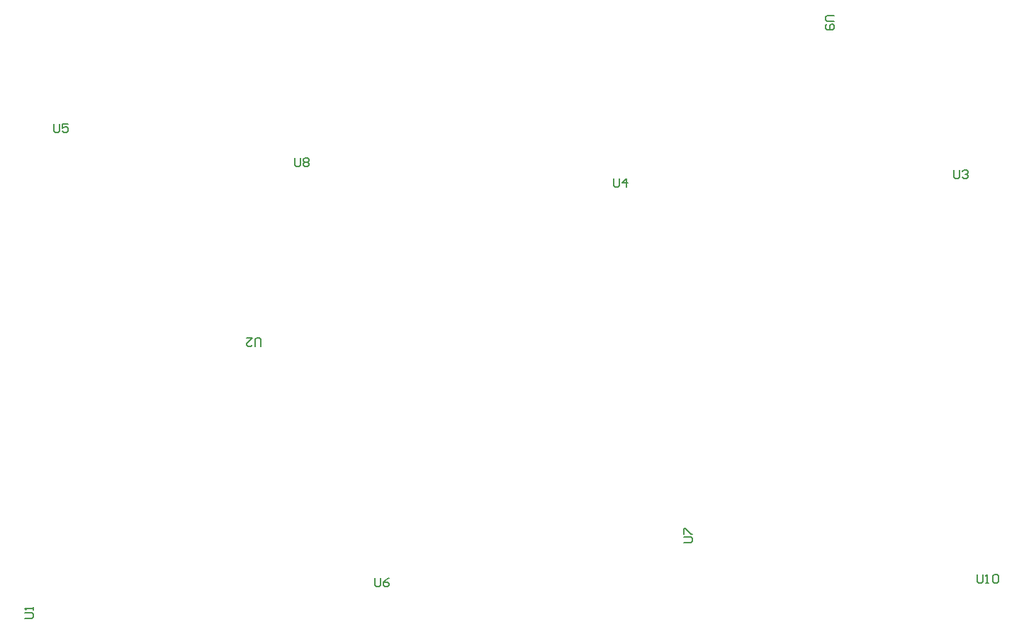
<source format=gbr>
G04*
G04 #@! TF.GenerationSoftware,Altium Limited,Altium Designer,22.4.2 (48)*
G04*
G04 Layer_Color=16711935*
%FSLAX25Y25*%
%MOIN*%
G70*
G04*
G04 #@! TF.SameCoordinates,9D7DA267-A193-428E-9E10-CD2539F38239*
G04*
G04*
G04 #@! TF.FilePolarity,Positive*
G04*
G01*
G75*
%ADD32C,0.00700*%
D32*
X159001Y154500D02*
X162334D01*
X163000Y155166D01*
Y156499D01*
X162334Y157166D01*
X159001D01*
X163000Y158499D02*
Y159832D01*
Y159165D01*
X159001D01*
X159668Y158499D01*
X270000Y282501D02*
Y285834D01*
X269334Y286500D01*
X268001D01*
X267334Y285834D01*
Y282501D01*
X263335Y286500D02*
X266001D01*
X263335Y283834D01*
Y283168D01*
X264002Y282501D01*
X265335D01*
X266001Y283168D01*
X596000Y365499D02*
Y362166D01*
X596666Y361500D01*
X597999D01*
X598666Y362166D01*
Y365499D01*
X599999Y364832D02*
X600665Y365499D01*
X601998D01*
X602665Y364832D01*
Y364166D01*
X601998Y363499D01*
X601332D01*
X601998D01*
X602665Y362833D01*
Y362166D01*
X601998Y361500D01*
X600665D01*
X599999Y362166D01*
X436000Y361499D02*
Y358166D01*
X436666Y357500D01*
X437999D01*
X438666Y358166D01*
Y361499D01*
X441998Y357500D02*
Y361499D01*
X439999Y359499D01*
X442664D01*
X172500Y386999D02*
Y383666D01*
X173167Y383000D01*
X174499D01*
X175166Y383666D01*
Y386999D01*
X179165D02*
X176499D01*
Y384999D01*
X177832Y385666D01*
X178498D01*
X179165Y384999D01*
Y383666D01*
X178498Y383000D01*
X177165D01*
X176499Y383666D01*
X539499Y438000D02*
X536166D01*
X535500Y437334D01*
Y436001D01*
X536166Y435334D01*
X539499D01*
X536166Y434001D02*
X535500Y433335D01*
Y432002D01*
X536166Y431335D01*
X538832D01*
X539499Y432002D01*
Y433335D01*
X538832Y434001D01*
X538166D01*
X537499Y433335D01*
Y431335D01*
X323500Y173499D02*
Y170167D01*
X324166Y169500D01*
X325499D01*
X326166Y170167D01*
Y173499D01*
X330165D02*
X328832Y172832D01*
X327499Y171499D01*
Y170167D01*
X328165Y169500D01*
X329498D01*
X330165Y170167D01*
Y170833D01*
X329498Y171499D01*
X327499D01*
X469001Y190000D02*
X472334D01*
X473000Y190666D01*
Y191999D01*
X472334Y192666D01*
X469001D01*
Y193999D02*
Y196665D01*
X469668D01*
X472334Y193999D01*
X473000D01*
X286000Y370999D02*
Y367666D01*
X286666Y367000D01*
X287999D01*
X288666Y367666D01*
Y370999D01*
X289999Y370332D02*
X290665Y370999D01*
X291998D01*
X292665Y370332D01*
Y369666D01*
X291998Y368999D01*
X292665Y368333D01*
Y367666D01*
X291998Y367000D01*
X290665D01*
X289999Y367666D01*
Y368333D01*
X290665Y368999D01*
X289999Y369666D01*
Y370332D01*
X290665Y368999D02*
X291998D01*
X607000Y174999D02*
Y171667D01*
X607666Y171000D01*
X608999D01*
X609666Y171667D01*
Y174999D01*
X610999Y171000D02*
X612332D01*
X611665D01*
Y174999D01*
X610999Y174332D01*
X614331D02*
X614997Y174999D01*
X616330D01*
X616997Y174332D01*
Y171667D01*
X616330Y171000D01*
X614997D01*
X614331Y171667D01*
Y174332D01*
M02*

</source>
